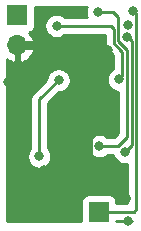
<source format=gbl>
G04 #@! TF.GenerationSoftware,KiCad,Pcbnew,(5.1.6-0-10_14)*
G04 #@! TF.CreationDate,2021-12-16T11:14:58+09:00*
G04 #@! TF.ProjectId,qPCR-5VUPS,71504352-2d35-4565-9550-532e6b696361,rev?*
G04 #@! TF.SameCoordinates,Original*
G04 #@! TF.FileFunction,Copper,L2,Bot*
G04 #@! TF.FilePolarity,Positive*
%FSLAX46Y46*%
G04 Gerber Fmt 4.6, Leading zero omitted, Abs format (unit mm)*
G04 Created by KiCad (PCBNEW (5.1.6-0-10_14)) date 2021-12-16 11:14:58*
%MOMM*%
%LPD*%
G01*
G04 APERTURE LIST*
G04 #@! TA.AperFunction,ComponentPad*
%ADD10O,1.700000X1.700000*%
G04 #@! TD*
G04 #@! TA.AperFunction,ComponentPad*
%ADD11R,1.700000X1.700000*%
G04 #@! TD*
G04 #@! TA.AperFunction,ViaPad*
%ADD12C,0.800000*%
G04 #@! TD*
G04 #@! TA.AperFunction,Conductor*
%ADD13C,0.762000*%
G04 #@! TD*
G04 #@! TA.AperFunction,Conductor*
%ADD14C,0.250000*%
G04 #@! TD*
G04 #@! TA.AperFunction,Conductor*
%ADD15C,0.254000*%
G04 #@! TD*
G04 APERTURE END LIST*
D10*
X93600000Y-75440000D03*
D11*
X93600000Y-72900000D03*
X100500000Y-89500000D03*
D12*
X102970000Y-73710000D03*
X97580000Y-75590000D03*
X102820000Y-88380000D03*
X99800000Y-81500000D03*
X100730000Y-78680000D03*
X98880000Y-79050000D03*
X92810000Y-78510000D03*
X94090000Y-79150000D03*
X100030000Y-75780000D03*
X95700000Y-89950000D03*
X95820000Y-86010000D03*
X102970000Y-90280000D03*
X101270000Y-75860000D03*
X103397600Y-72560000D03*
X95450000Y-84830000D03*
X97077848Y-78383728D03*
X102720000Y-84440000D03*
X102840000Y-74750000D03*
X96920000Y-73770000D03*
X102190370Y-78310000D03*
X100430000Y-72600000D03*
X100540000Y-83960000D03*
D13*
X97430000Y-75440000D02*
X97580000Y-75590000D01*
X93600000Y-75440000D02*
X97430000Y-75440000D01*
X99606599Y-81693401D02*
X99800000Y-81500000D01*
X99606599Y-85166599D02*
X99606599Y-81693401D01*
X102820000Y-88380000D02*
X99606599Y-85166599D01*
D14*
X103500000Y-72560000D02*
X103672590Y-72732590D01*
X103397600Y-72560000D02*
X103500000Y-72560000D01*
X103672590Y-72732590D02*
X103672590Y-89287410D01*
X103460000Y-89500000D02*
X100500000Y-89500000D01*
X103672590Y-89287410D02*
X103460000Y-89500000D01*
X95450000Y-80011576D02*
X97077848Y-78383728D01*
X95450000Y-84830000D02*
X95450000Y-80011576D01*
X102720000Y-84440000D02*
X103270180Y-83889820D01*
X103270180Y-83889820D02*
X103270180Y-75070180D01*
X102950000Y-74750000D02*
X102840000Y-74750000D01*
X103270180Y-75070180D02*
X102950000Y-74750000D01*
X96920000Y-73770000D02*
X101507590Y-73770000D01*
X101507590Y-73770000D02*
X101747590Y-74010000D01*
X101747590Y-75238913D02*
X102308678Y-75800000D01*
X101747590Y-74010000D02*
X101747590Y-75238913D01*
X102308678Y-75800000D02*
X102465360Y-75956682D01*
X102465360Y-78035010D02*
X102190370Y-78310000D01*
X102465360Y-75956682D02*
X102465360Y-78035010D01*
X100540000Y-83960000D02*
X102110000Y-83960000D01*
X102110000Y-83960000D02*
X102867770Y-83202230D01*
X102867770Y-83202230D02*
X102867770Y-75790000D01*
X102867770Y-75790000D02*
X102150000Y-75072230D01*
X102150000Y-73050000D02*
X101700000Y-72600000D01*
X102150000Y-75072230D02*
X102150000Y-73050000D01*
X100430000Y-72600000D02*
X101700000Y-72600000D01*
D15*
G36*
X99434774Y-72298102D02*
G01*
X99395000Y-72498061D01*
X99395000Y-72701939D01*
X99434774Y-72901898D01*
X99479552Y-73010000D01*
X97623711Y-73010000D01*
X97579774Y-72966063D01*
X97410256Y-72852795D01*
X97221898Y-72774774D01*
X97021939Y-72735000D01*
X96818061Y-72735000D01*
X96618102Y-72774774D01*
X96429744Y-72852795D01*
X96260226Y-72966063D01*
X96116063Y-73110226D01*
X96002795Y-73279744D01*
X95924774Y-73468102D01*
X95885000Y-73668061D01*
X95885000Y-73871939D01*
X95924774Y-74071898D01*
X96002795Y-74260256D01*
X96116063Y-74429774D01*
X96260226Y-74573937D01*
X96429744Y-74687205D01*
X96618102Y-74765226D01*
X96818061Y-74805000D01*
X97021939Y-74805000D01*
X97221898Y-74765226D01*
X97410256Y-74687205D01*
X97579774Y-74573937D01*
X97623711Y-74530000D01*
X100987590Y-74530000D01*
X100987591Y-75201581D01*
X100983914Y-75238913D01*
X100998588Y-75387899D01*
X101042045Y-75531160D01*
X101112617Y-75663189D01*
X101183791Y-75749916D01*
X101183796Y-75749921D01*
X101207590Y-75778914D01*
X101236583Y-75802708D01*
X101705360Y-76271484D01*
X101705361Y-77390622D01*
X101700114Y-77392795D01*
X101530596Y-77506063D01*
X101386433Y-77650226D01*
X101273165Y-77819744D01*
X101195144Y-78008102D01*
X101155370Y-78208061D01*
X101155370Y-78411939D01*
X101195144Y-78611898D01*
X101273165Y-78800256D01*
X101386433Y-78969774D01*
X101530596Y-79113937D01*
X101700114Y-79227205D01*
X101888472Y-79305226D01*
X102088431Y-79345000D01*
X102107771Y-79345000D01*
X102107770Y-82887428D01*
X101795199Y-83200000D01*
X101243711Y-83200000D01*
X101199774Y-83156063D01*
X101030256Y-83042795D01*
X100841898Y-82964774D01*
X100641939Y-82925000D01*
X100438061Y-82925000D01*
X100238102Y-82964774D01*
X100049744Y-83042795D01*
X99880226Y-83156063D01*
X99736063Y-83300226D01*
X99622795Y-83469744D01*
X99544774Y-83658102D01*
X99505000Y-83858061D01*
X99505000Y-84061939D01*
X99544774Y-84261898D01*
X99622795Y-84450256D01*
X99736063Y-84619774D01*
X99880226Y-84763937D01*
X100049744Y-84877205D01*
X100238102Y-84955226D01*
X100438061Y-84995000D01*
X100641939Y-84995000D01*
X100841898Y-84955226D01*
X101030256Y-84877205D01*
X101199774Y-84763937D01*
X101243711Y-84720000D01*
X101720418Y-84720000D01*
X101724774Y-84741898D01*
X101802795Y-84930256D01*
X101916063Y-85099774D01*
X102060226Y-85243937D01*
X102229744Y-85357205D01*
X102418102Y-85435226D01*
X102618061Y-85475000D01*
X102821939Y-85475000D01*
X102912591Y-85456968D01*
X102912591Y-88740000D01*
X101988072Y-88740000D01*
X101988072Y-88650000D01*
X101975812Y-88525518D01*
X101939502Y-88405820D01*
X101880537Y-88295506D01*
X101801185Y-88198815D01*
X101704494Y-88119463D01*
X101594180Y-88060498D01*
X101474482Y-88024188D01*
X101350000Y-88011928D01*
X99650000Y-88011928D01*
X99525518Y-88024188D01*
X99405820Y-88060498D01*
X99295506Y-88119463D01*
X99198815Y-88198815D01*
X99119463Y-88295506D01*
X99060498Y-88405820D01*
X99024188Y-88525518D01*
X99011928Y-88650000D01*
X99011928Y-90315000D01*
X92685000Y-90315000D01*
X92685000Y-84728061D01*
X94415000Y-84728061D01*
X94415000Y-84931939D01*
X94454774Y-85131898D01*
X94532795Y-85320256D01*
X94646063Y-85489774D01*
X94790226Y-85633937D01*
X94959744Y-85747205D01*
X95148102Y-85825226D01*
X95348061Y-85865000D01*
X95551939Y-85865000D01*
X95751898Y-85825226D01*
X95940256Y-85747205D01*
X96109774Y-85633937D01*
X96253937Y-85489774D01*
X96367205Y-85320256D01*
X96445226Y-85131898D01*
X96485000Y-84931939D01*
X96485000Y-84728061D01*
X96445226Y-84528102D01*
X96367205Y-84339744D01*
X96253937Y-84170226D01*
X96210000Y-84126289D01*
X96210000Y-80326377D01*
X97117650Y-79418728D01*
X97179787Y-79418728D01*
X97379746Y-79378954D01*
X97568104Y-79300933D01*
X97737622Y-79187665D01*
X97881785Y-79043502D01*
X97995053Y-78873984D01*
X98073074Y-78685626D01*
X98112848Y-78485667D01*
X98112848Y-78281789D01*
X98073074Y-78081830D01*
X97995053Y-77893472D01*
X97881785Y-77723954D01*
X97737622Y-77579791D01*
X97568104Y-77466523D01*
X97379746Y-77388502D01*
X97179787Y-77348728D01*
X96975909Y-77348728D01*
X96775950Y-77388502D01*
X96587592Y-77466523D01*
X96418074Y-77579791D01*
X96273911Y-77723954D01*
X96160643Y-77893472D01*
X96082622Y-78081830D01*
X96042848Y-78281789D01*
X96042848Y-78343926D01*
X94938998Y-79447777D01*
X94910000Y-79471575D01*
X94886202Y-79500573D01*
X94886201Y-79500574D01*
X94815026Y-79587300D01*
X94744454Y-79719330D01*
X94700998Y-79862591D01*
X94686324Y-80011576D01*
X94690001Y-80048908D01*
X94690000Y-84126289D01*
X94646063Y-84170226D01*
X94532795Y-84339744D01*
X94454774Y-84528102D01*
X94415000Y-84728061D01*
X92685000Y-84728061D01*
X92685000Y-76604851D01*
X92718645Y-76635178D01*
X92968748Y-76784157D01*
X93243109Y-76881481D01*
X93473000Y-76760814D01*
X93473000Y-75567000D01*
X93727000Y-75567000D01*
X93727000Y-76760814D01*
X93956891Y-76881481D01*
X94231252Y-76784157D01*
X94481355Y-76635178D01*
X94697588Y-76440269D01*
X94871641Y-76206920D01*
X94996825Y-75944099D01*
X95041476Y-75796890D01*
X94920155Y-75567000D01*
X93727000Y-75567000D01*
X93473000Y-75567000D01*
X93453000Y-75567000D01*
X93453000Y-75313000D01*
X93473000Y-75313000D01*
X93473000Y-75293000D01*
X93727000Y-75293000D01*
X93727000Y-75313000D01*
X94920155Y-75313000D01*
X95041476Y-75083110D01*
X94996825Y-74935901D01*
X94871641Y-74673080D01*
X94697588Y-74439731D01*
X94613534Y-74363966D01*
X94694180Y-74339502D01*
X94804494Y-74280537D01*
X94901185Y-74201185D01*
X94980537Y-74104494D01*
X95039502Y-73994180D01*
X95075812Y-73874482D01*
X95088072Y-73750000D01*
X95088072Y-72185000D01*
X99481623Y-72185000D01*
X99434774Y-72298102D01*
G37*
X99434774Y-72298102D02*
X99395000Y-72498061D01*
X99395000Y-72701939D01*
X99434774Y-72901898D01*
X99479552Y-73010000D01*
X97623711Y-73010000D01*
X97579774Y-72966063D01*
X97410256Y-72852795D01*
X97221898Y-72774774D01*
X97021939Y-72735000D01*
X96818061Y-72735000D01*
X96618102Y-72774774D01*
X96429744Y-72852795D01*
X96260226Y-72966063D01*
X96116063Y-73110226D01*
X96002795Y-73279744D01*
X95924774Y-73468102D01*
X95885000Y-73668061D01*
X95885000Y-73871939D01*
X95924774Y-74071898D01*
X96002795Y-74260256D01*
X96116063Y-74429774D01*
X96260226Y-74573937D01*
X96429744Y-74687205D01*
X96618102Y-74765226D01*
X96818061Y-74805000D01*
X97021939Y-74805000D01*
X97221898Y-74765226D01*
X97410256Y-74687205D01*
X97579774Y-74573937D01*
X97623711Y-74530000D01*
X100987590Y-74530000D01*
X100987591Y-75201581D01*
X100983914Y-75238913D01*
X100998588Y-75387899D01*
X101042045Y-75531160D01*
X101112617Y-75663189D01*
X101183791Y-75749916D01*
X101183796Y-75749921D01*
X101207590Y-75778914D01*
X101236583Y-75802708D01*
X101705360Y-76271484D01*
X101705361Y-77390622D01*
X101700114Y-77392795D01*
X101530596Y-77506063D01*
X101386433Y-77650226D01*
X101273165Y-77819744D01*
X101195144Y-78008102D01*
X101155370Y-78208061D01*
X101155370Y-78411939D01*
X101195144Y-78611898D01*
X101273165Y-78800256D01*
X101386433Y-78969774D01*
X101530596Y-79113937D01*
X101700114Y-79227205D01*
X101888472Y-79305226D01*
X102088431Y-79345000D01*
X102107771Y-79345000D01*
X102107770Y-82887428D01*
X101795199Y-83200000D01*
X101243711Y-83200000D01*
X101199774Y-83156063D01*
X101030256Y-83042795D01*
X100841898Y-82964774D01*
X100641939Y-82925000D01*
X100438061Y-82925000D01*
X100238102Y-82964774D01*
X100049744Y-83042795D01*
X99880226Y-83156063D01*
X99736063Y-83300226D01*
X99622795Y-83469744D01*
X99544774Y-83658102D01*
X99505000Y-83858061D01*
X99505000Y-84061939D01*
X99544774Y-84261898D01*
X99622795Y-84450256D01*
X99736063Y-84619774D01*
X99880226Y-84763937D01*
X100049744Y-84877205D01*
X100238102Y-84955226D01*
X100438061Y-84995000D01*
X100641939Y-84995000D01*
X100841898Y-84955226D01*
X101030256Y-84877205D01*
X101199774Y-84763937D01*
X101243711Y-84720000D01*
X101720418Y-84720000D01*
X101724774Y-84741898D01*
X101802795Y-84930256D01*
X101916063Y-85099774D01*
X102060226Y-85243937D01*
X102229744Y-85357205D01*
X102418102Y-85435226D01*
X102618061Y-85475000D01*
X102821939Y-85475000D01*
X102912591Y-85456968D01*
X102912591Y-88740000D01*
X101988072Y-88740000D01*
X101988072Y-88650000D01*
X101975812Y-88525518D01*
X101939502Y-88405820D01*
X101880537Y-88295506D01*
X101801185Y-88198815D01*
X101704494Y-88119463D01*
X101594180Y-88060498D01*
X101474482Y-88024188D01*
X101350000Y-88011928D01*
X99650000Y-88011928D01*
X99525518Y-88024188D01*
X99405820Y-88060498D01*
X99295506Y-88119463D01*
X99198815Y-88198815D01*
X99119463Y-88295506D01*
X99060498Y-88405820D01*
X99024188Y-88525518D01*
X99011928Y-88650000D01*
X99011928Y-90315000D01*
X92685000Y-90315000D01*
X92685000Y-84728061D01*
X94415000Y-84728061D01*
X94415000Y-84931939D01*
X94454774Y-85131898D01*
X94532795Y-85320256D01*
X94646063Y-85489774D01*
X94790226Y-85633937D01*
X94959744Y-85747205D01*
X95148102Y-85825226D01*
X95348061Y-85865000D01*
X95551939Y-85865000D01*
X95751898Y-85825226D01*
X95940256Y-85747205D01*
X96109774Y-85633937D01*
X96253937Y-85489774D01*
X96367205Y-85320256D01*
X96445226Y-85131898D01*
X96485000Y-84931939D01*
X96485000Y-84728061D01*
X96445226Y-84528102D01*
X96367205Y-84339744D01*
X96253937Y-84170226D01*
X96210000Y-84126289D01*
X96210000Y-80326377D01*
X97117650Y-79418728D01*
X97179787Y-79418728D01*
X97379746Y-79378954D01*
X97568104Y-79300933D01*
X97737622Y-79187665D01*
X97881785Y-79043502D01*
X97995053Y-78873984D01*
X98073074Y-78685626D01*
X98112848Y-78485667D01*
X98112848Y-78281789D01*
X98073074Y-78081830D01*
X97995053Y-77893472D01*
X97881785Y-77723954D01*
X97737622Y-77579791D01*
X97568104Y-77466523D01*
X97379746Y-77388502D01*
X97179787Y-77348728D01*
X96975909Y-77348728D01*
X96775950Y-77388502D01*
X96587592Y-77466523D01*
X96418074Y-77579791D01*
X96273911Y-77723954D01*
X96160643Y-77893472D01*
X96082622Y-78081830D01*
X96042848Y-78281789D01*
X96042848Y-78343926D01*
X94938998Y-79447777D01*
X94910000Y-79471575D01*
X94886202Y-79500573D01*
X94886201Y-79500574D01*
X94815026Y-79587300D01*
X94744454Y-79719330D01*
X94700998Y-79862591D01*
X94686324Y-80011576D01*
X94690001Y-80048908D01*
X94690000Y-84126289D01*
X94646063Y-84170226D01*
X94532795Y-84339744D01*
X94454774Y-84528102D01*
X94415000Y-84728061D01*
X92685000Y-84728061D01*
X92685000Y-76604851D01*
X92718645Y-76635178D01*
X92968748Y-76784157D01*
X93243109Y-76881481D01*
X93473000Y-76760814D01*
X93473000Y-75567000D01*
X93727000Y-75567000D01*
X93727000Y-76760814D01*
X93956891Y-76881481D01*
X94231252Y-76784157D01*
X94481355Y-76635178D01*
X94697588Y-76440269D01*
X94871641Y-76206920D01*
X94996825Y-75944099D01*
X95041476Y-75796890D01*
X94920155Y-75567000D01*
X93727000Y-75567000D01*
X93473000Y-75567000D01*
X93453000Y-75567000D01*
X93453000Y-75313000D01*
X93473000Y-75313000D01*
X93473000Y-75293000D01*
X93727000Y-75293000D01*
X93727000Y-75313000D01*
X94920155Y-75313000D01*
X95041476Y-75083110D01*
X94996825Y-74935901D01*
X94871641Y-74673080D01*
X94697588Y-74439731D01*
X94613534Y-74363966D01*
X94694180Y-74339502D01*
X94804494Y-74280537D01*
X94901185Y-74201185D01*
X94980537Y-74104494D01*
X95039502Y-73994180D01*
X95075812Y-73874482D01*
X95088072Y-73750000D01*
X95088072Y-72185000D01*
X99481623Y-72185000D01*
X99434774Y-72298102D01*
G36*
X103315001Y-90315000D02*
G01*
X101988072Y-90315000D01*
X101988072Y-90260000D01*
X103315001Y-90260000D01*
X103315001Y-90315000D01*
G37*
X103315001Y-90315000D02*
X101988072Y-90315000D01*
X101988072Y-90260000D01*
X103315001Y-90260000D01*
X103315001Y-90315000D01*
M02*

</source>
